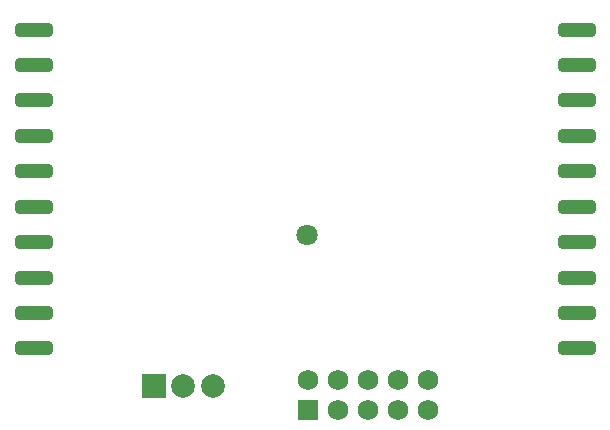
<source format=gbs>
G04 Layer_Color=16711935*
%FSLAX24Y24*%
%MOIN*%
G70*
G01*
G75*
%ADD72C,0.0789*%
%ADD73R,0.0789X0.0789*%
%ADD74C,0.0710*%
G04:AMPARAMS|DCode=75|XSize=126.1mil|YSize=47.4mil|CornerRadius=13.8mil|HoleSize=0mil|Usage=FLASHONLY|Rotation=0.000|XOffset=0mil|YOffset=0mil|HoleType=Round|Shape=RoundedRectangle|*
%AMROUNDEDRECTD75*
21,1,0.1261,0.0197,0,0,0.0*
21,1,0.0984,0.0474,0,0,0.0*
1,1,0.0277,0.0492,-0.0098*
1,1,0.0277,-0.0492,-0.0098*
1,1,0.0277,-0.0492,0.0098*
1,1,0.0277,0.0492,0.0098*
%
%ADD75ROUNDEDRECTD75*%
%ADD76C,0.0680*%
%ADD77R,0.0680X0.0680*%
D72*
X29980Y29941D02*
D03*
X30965D02*
D03*
D73*
X28996D02*
D03*
D74*
X34094Y34961D02*
D03*
D75*
X43110Y31181D02*
D03*
Y32362D02*
D03*
Y33543D02*
D03*
Y34724D02*
D03*
Y35906D02*
D03*
Y37087D02*
D03*
Y38268D02*
D03*
Y39449D02*
D03*
Y40630D02*
D03*
Y41811D02*
D03*
X25000D02*
D03*
Y40630D02*
D03*
Y39449D02*
D03*
Y38268D02*
D03*
Y37087D02*
D03*
Y35906D02*
D03*
Y34724D02*
D03*
Y33543D02*
D03*
Y32362D02*
D03*
Y31181D02*
D03*
D76*
X36144Y30144D02*
D03*
Y29144D02*
D03*
X37144Y30144D02*
D03*
X38144D02*
D03*
X34144D02*
D03*
X35144D02*
D03*
X37144Y29144D02*
D03*
X38144D02*
D03*
X35144D02*
D03*
D77*
X34144D02*
D03*
M02*

</source>
